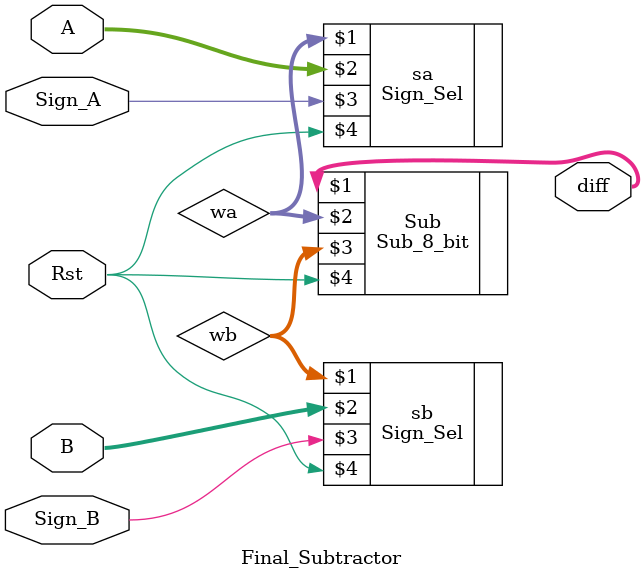
<source format=v>
`timescale 1ns / 1ps
module Final_Subtractor(output  [7:0] diff,input [7:0] A,B,input Sign_A,Sign_B, Rst);
wire [7:0] wa;
wire [7:0] wb;
Sign_Sel sa(wa[7:0],A[7:0],Sign_A,Rst);
Sign_Sel sb(wb[7:0],B[7:0],Sign_B,Rst);
Sub_8_bit Sub(diff[7:0],wa[7:0],wb[7:0],Rst);
endmodule 
</source>
